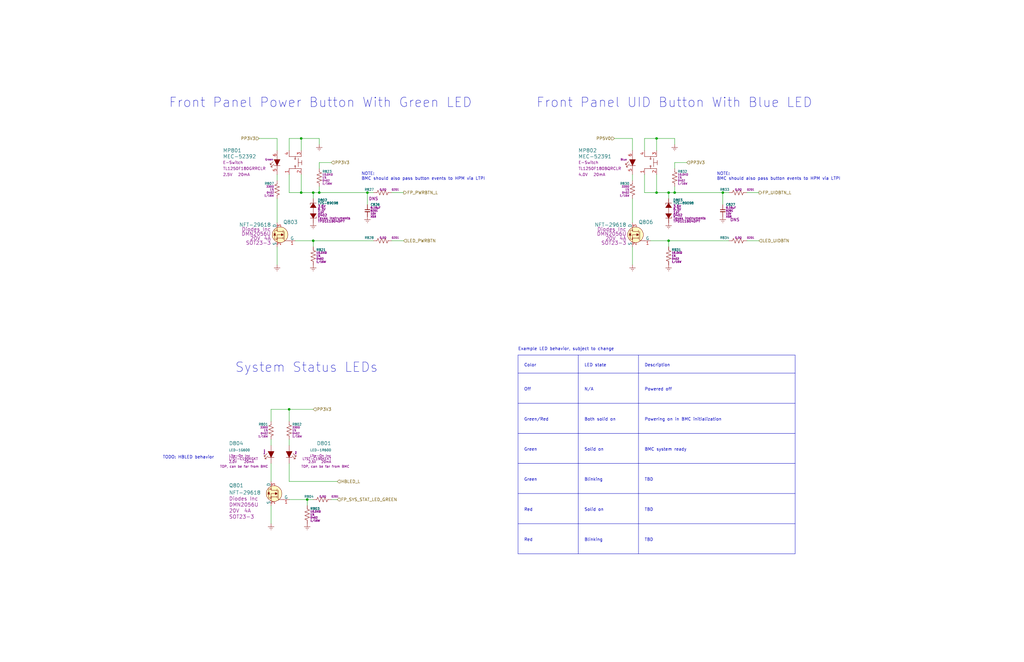
<source format=kicad_sch>
(kicad_sch (version 20231120) (generator "eeschema") (generator_version "8.0")
  (paper "B")
  (title_block (title "${PROJ}") (rev "${REV}") (company "${RPN}") (comment 1 "Faceplate buttons and LEDs"))
  (lib_symbols
    (symbol "Capacitors, ceramic, Murata:CCM-610AA" (pin_numbers hide) (pin_names (offset 0) hide)
      (property "Reference" "C" (at 1.27 2.54 0))
      (property "val" "0.10µF" (at 1.27 1.27 0))
      (property "pkg" "0201" (at 1.27 0 0))
      (property "volt" "10V" (at 1.27 -1.27 0))
      (property "type" "X5R" (at 1.27 -2.54 0))
      (symbol "CCM-610AA_1_1"
        (polyline (pts (xy -1.016 -0.423) (xy 1.016 -0.423)) (stroke (width 0.3302)))
        (polyline (pts (xy -1.016 0.423) (xy 1.016 0.423)) (stroke (width 0.3048)))
        (pin passive line (at 0 2.54 270) (length 2.032) (name "~") (number "1"))
        (pin passive line (at 0 -2.54 90) (length 2.032) (name "~") (number "2"))
      )
    )
    (symbol "FETs and transistors:NFT-29618" (pin_names (offset 0))
      (property "Reference" "Q" (at -2.54 4.445 0))
      (property "Value" "NFT-29618" (at 2.54 5.08 0))
      (property "mfr" "Diodes Inc" (at 2.54 3.175 0))
      (property "mpn" "DMN2056U" (at 2.54 1.27 0))
      (property "Ids" "4A" (at 2.54 -0.635 0))
      (property "Vds" "20V" (at 6.985 -0.635 0))
      (property "pkg" "SOT23-3" (at 2.54 -2.54 0))
      (symbol "NFT-29618_0_1"
        (circle (center -1.27 0) (radius 3.302) (fill (type background)))
        (circle (center 0 -1.905) (radius 0.127))
        (circle (center 0 -1.397) (radius 0.127))
        (polyline (pts (xy 0 -1.397) (xy -2.54 -1.397)))
        (polyline (pts (xy -5.08 -2.54) (xy -3.048 -2.54) (xy -3.048 1.397)))
        (polyline (pts (xy 0 -2.54) (xy 0 0) (xy -2.54 0)))
        (polyline (pts (xy 0 2.54) (xy 0 1.397) (xy -2.54 1.397)))
        (polyline (pts (xy -0.127 -1.905) (xy 1.016 -1.905) (xy 1.016 1.397) (xy 1.016 1.905) (xy -0.127 1.905)))
        (circle (center 0 1.905) (radius 0.127))
      )
      (symbol "NFT-29618_1_1"
        (polyline (pts (xy -2.54 -1.397) (xy -2.54 -1.905)))
        (polyline (pts (xy -2.54 -1.397) (xy -2.54 -0.889)))
        (polyline (pts (xy -2.54 0) (xy -2.54 -0.508)))
        (polyline (pts (xy -2.54 0) (xy -2.54 0.508)))
        (polyline (pts (xy -2.54 1.905) (xy -2.54 0.889)))
        (polyline (pts (xy 1.524 0.508) (xy 0.508 0.508)))
        (polyline (pts (xy -2.54 0) (xy -1.778 0.508) (xy -1.778 -0.508) (xy -2.54 0)) (fill (type outline)))
        (polyline (pts (xy 1.016 0.508) (xy 0.508 -0.254) (xy 1.524 -0.254) (xy 1.016 0.508)) (fill (type outline)))
        (pin input line (at -7.62 -2.54 0) (length 2.54) (name "G") (number "1"))
        (pin passive line (at 0 -5.08 90) (length 2.54) (name "S") (number "2"))
        (pin passive line (at 0 5.08 270) (length 2.54) (name "D") (number "3"))
      )
    )
    (symbol "LEDs:LED-1G600" (pin_numbers hide) (pin_names (offset 0) hide)
      (property "Reference" "D" (at 0 4.445 0))
      (property "Value" "LED-1G600" (at 0 3.175 0))
      (property "color" "Green" (at 0 2.54 0))
      (property "amps" "20mA" (at 1.27 -3.81 0))
      (property "Vf" "2.0V" (at -3.81 -3.81 0))
      (property "mfr" "Lite-On Inc" (at -3.81 -1.27 0))
      (property "mpn" "LTST-C190KGKT" (at -3.81 -2.54 0))
      (symbol "LED-1G600_0_1"
        (polyline (pts (xy 0.889 2.921) (xy -0.381 1.651)))
        (polyline (pts (xy 1.27 1.27) (xy 1.27 -1.27)))
        (polyline (pts (xy 1.905 2.54) (xy 0.635 1.27)))
        (polyline (pts (xy 0.254 2.921) (xy 0.889 2.921) (xy 0.889 2.286)))
        (polyline (pts (xy 1.27 2.54) (xy 1.905 2.54) (xy 1.905 1.905)))
        (polyline (pts (xy -1.27 1.27) (xy -1.27 -1.27) (xy 1.27 0) (xy -1.27 1.27)) (fill (type outline)))
      )
      (symbol "LED-1G600_0_2"
        (polyline (pts (xy -1.016 0) (xy 0.762 0)))
        (polyline (pts (xy 0.762 -1.016) (xy 0.762 1.016)))
        (polyline (pts (xy -0.762 -1.016) (xy 0.762 0) (xy -0.762 1.016) (xy -0.762 -1.016)) (fill (type outline)))
        (polyline (pts (xy -0.508 1.27) (xy 0 1.778) (xy -0.254 1.778) (xy 0 1.778) (xy 0 1.524)))
        (polyline (pts (xy 0 0.762) (xy 0.508 1.27) (xy 0.254 1.27) (xy 0.508 1.27) (xy 0.508 1.016)))
      )
      (symbol "LED-1G600_1_1"
        (pin passive line (at -3.81 0 0) (length 2.54) (name "~") (number "A"))
        (pin passive line (at 3.81 0 180) (length 2.54) (name "~") (number "K"))
      )
      (symbol "LED-1G600_1_2"
        (pin passive line (at -2.54 0 0) (length 1.778) (name "~") (number "A"))
        (pin passive line (at 2.54 0 180) (length 1.778) (name "~") (number "K"))
      )
    )
    (symbol "LEDs:LED-1R600" (pin_numbers hide) (pin_names (offset 0) hide)
      (property "Reference" "D" (at 0 4.445 0))
      (property "Value" "LED-1R600" (at 0 3.175 0))
      (property "color" "Red" (at 0 2.54 0))
      (property "amps" "20mA" (at 1.27 -3.81 0))
      (property "Vf" "2.5V" (at -3.81 -3.81 0))
      (property "mfr" "Lite-On Inc" (at -3.81 -1.27 0))
      (property "mpn" "LTST-C190KEKT" (at -3.81 -2.54 0))
      (symbol "LED-1R600_0_1"
        (polyline (pts (xy 0.889 2.921) (xy -0.381 1.651)))
        (polyline (pts (xy 1.27 1.27) (xy 1.27 -1.27)))
        (polyline (pts (xy 1.905 2.54) (xy 0.635 1.27)))
        (polyline (pts (xy 0.254 2.921) (xy 0.889 2.921) (xy 0.889 2.286)))
        (polyline (pts (xy 1.27 2.54) (xy 1.905 2.54) (xy 1.905 1.905)))
        (polyline (pts (xy -1.27 1.27) (xy -1.27 -1.27) (xy 1.27 0) (xy -1.27 1.27)) (fill (type outline)))
      )
      (symbol "LED-1R600_0_2"
        (polyline (pts (xy -1.016 0) (xy 0.762 0)))
        (polyline (pts (xy 0.762 -1.016) (xy 0.762 1.016)))
        (polyline (pts (xy -0.762 -1.016) (xy 0.762 0) (xy -0.762 1.016) (xy -0.762 -1.016)) (fill (type outline)))
        (polyline (pts (xy -0.508 1.27) (xy 0 1.778) (xy -0.254 1.778) (xy 0 1.778) (xy 0 1.524)))
        (polyline (pts (xy 0 0.762) (xy 0.508 1.27) (xy 0.254 1.27) (xy 0.508 1.27) (xy 0.508 1.016)))
      )
      (symbol "LED-1R600_1_1"
        (pin passive line (at -3.81 0 0) (length 2.54) (name "~") (number "A"))
        (pin passive line (at 3.81 0 180) (length 2.54) (name "~") (number "K"))
      )
      (symbol "LED-1R600_1_2"
        (pin passive line (at -2.54 0 0) (length 1.778) (name "~") (number "A"))
        (pin passive line (at 2.54 0 180) (length 1.778) (name "~") (number "K"))
      )
    )
    (symbol "Mechanical:MEC-52391" (pin_names (offset 1.016))
      (property "Reference" "MP" (at 7.62 5.08 0))
      (property "Value" "MEC-52391" (at 7.62 2.54 0))
      (property "mfr" "E-Switch" (at 7.62 0 0))
      (property "mpn" "TL1250F180BQRCLR" (at 7.62 -2.54 0))
      (property "color" "Blue" (at -10.16 1.27 0))
      (property "amps" "20mA" (at 13.97 -5.08 0))
      (property "Vf" "4.0V" (at 7.62 -5.08 0))
      (symbol "MEC-52391_0_1"
        (polyline (pts (xy -8.001 -0.889) (xy -6.731 0.381)))
        (polyline (pts (xy -7.62 -1.905) (xy -6.35 -0.635)))
        (polyline (pts (xy -6.35 -1.27) (xy -3.81 -1.27)))
        (polyline (pts (xy 0 -2.54) (xy 5.08 -2.54)))
        (polyline (pts (xy 2.54 -1.778) (xy 2.54 -2.54)))
        (polyline (pts (xy 2.54 2.54) (xy 2.54 1.778)))
        (polyline (pts (xy 3.81 -1.778) (xy 3.81 1.778)))
        (polyline (pts (xy 5.08 2.54) (xy 0 2.54)))
        (polyline (pts (xy -8.001 -0.254) (xy -8.001 -0.889) (xy -7.366 -0.889)))
        (polyline (pts (xy -7.62 -1.27) (xy -7.62 -1.905) (xy -6.985 -1.905)))
        (polyline (pts (xy -6.35 1.27) (xy -3.81 1.27) (xy -5.08 -1.27) (xy -6.35 1.27)) (fill (type outline)))
        (circle (center 2.54 -1.524) (radius 0.254))
        (circle (center 2.54 1.524) (radius 0.254))
      )
      (symbol "MEC-52391_1_1"
        (polyline (pts (xy 5.334 -1.016) (xy 5.334 0.889)))
        (polyline (pts (xy 5.334 0) (xy 3.81 0)))
        (pin passive line (at 0 -5.08 90) (length 2.54) (name "~") (number "1"))
        (pin passive line (at 5.08 -5.08 90) (length 2.54) (name "~") (number "2"))
        (pin passive line (at 5.08 5.08 270) (length 2.54) (name "~") (number "3"))
        (pin passive line (at 0 5.08 270) (length 2.54) (name "~") (number "4"))
        (pin passive line (at -5.08 -5.08 90) (length 3.81) (name "~") (number "5"))
        (pin passive line (at -5.08 5.08 270) (length 3.81) (name "~") (number "6"))
      )
    )
    (symbol "Mechanical:MEC-52392" (pin_names (offset 1.016))
      (property "Reference" "MP" (at 7.62 5.08 0))
      (property "Value" "MEC-52392" (at 7.62 2.54 0))
      (property "mfr" "E-Switch" (at 7.62 0 0))
      (property "mpn" "TL1250F180GRRCLR" (at 7.62 -2.54 0))
      (property "color" "Green" (at -10.16 1.27 0))
      (property "amps" "20mA" (at 13.97 -5.08 0))
      (property "Vf" "2.5V" (at 7.62 -5.08 0))
      (symbol "MEC-52392_0_1"
        (polyline (pts (xy -8.001 -0.889) (xy -6.731 0.381)))
        (polyline (pts (xy -7.62 -1.905) (xy -6.35 -0.635)))
        (polyline (pts (xy -6.35 -1.27) (xy -3.81 -1.27)))
        (polyline (pts (xy 0 -2.54) (xy 5.08 -2.54)))
        (polyline (pts (xy 2.54 -1.778) (xy 2.54 -2.54)))
        (polyline (pts (xy 2.54 2.54) (xy 2.54 1.778)))
        (polyline (pts (xy 3.81 -1.778) (xy 3.81 1.778)))
        (polyline (pts (xy 5.08 2.54) (xy 0 2.54)))
        (polyline (pts (xy -8.001 -0.254) (xy -8.001 -0.889) (xy -7.366 -0.889)))
        (polyline (pts (xy -7.62 -1.27) (xy -7.62 -1.905) (xy -6.985 -1.905)))
        (polyline (pts (xy -6.35 1.27) (xy -3.81 1.27) (xy -5.08 -1.27) (xy -6.35 1.27)) (fill (type outline)))
        (circle (center 2.54 -1.524) (radius 0.254))
        (circle (center 2.54 1.524) (radius 0.254))
      )
      (symbol "MEC-52392_1_1"
        (polyline (pts (xy 5.334 -1.016) (xy 5.334 0.889)))
        (polyline (pts (xy 5.334 0) (xy 3.81 0)))
        (pin passive line (at 0 -5.08 90) (length 2.54) (name "~") (number "1"))
        (pin passive line (at 5.08 -5.08 90) (length 2.54) (name "~") (number "2"))
        (pin passive line (at 5.08 5.08 270) (length 2.54) (name "~") (number "3"))
        (pin passive line (at 0 5.08 270) (length 2.54) (name "~") (number "4"))
        (pin passive line (at -5.08 -5.08 90) (length 3.81) (name "~") (number "5"))
        (pin passive line (at -5.08 5.08 270) (length 3.81) (name "~") (number "6"))
      )
    )
    (symbol "Power:GND" (power) (pin_names (offset 0)) (in_bom no) (on_board no)
      (symbol "GND_0_1"
        (polyline (pts (xy -0.635 -1.905) (xy 0.635 -1.905)))
        (polyline (pts (xy -0.127 -2.54) (xy 0.127 -2.54)))
        (polyline (pts (xy 0 -1.27) (xy 0 0)))
        (polyline (pts (xy 1.27 -1.27) (xy -1.27 -1.27)))
      )
      (symbol "GND_1_1"
        (pin power_in line (at 0 0 270) (length 0) hide (name "GND") (number "1"))
      )
    )
    (symbol "Resistors:RES-0000A" (pin_numbers hide) (pin_names (offset 0) hide)
      (property "Reference" "R" (at 1.27 2.54 0))
      (property "val" "0.0Ω" (at 1.27 1.27 0))
      (property "tol" "<50mΩ" (at 1.27 0 0))
      (property "pkg" "0201" (at 1.27 -1.27 0))
      (property "pwr" "0.5A" (at 1.27 -2.54 0))
      (symbol "RES-0000A_1_1"
        (polyline (pts (xy 0 -2.286) (xy 0 -2.54)))
        (polyline (pts (xy 0 2.286) (xy 0 2.54)))
        (polyline (pts (xy 0 -0.762) (xy 1.016 -1.143) (xy 0 -1.524) (xy -1.016 -1.905) (xy 0 -2.286)))
        (polyline (pts (xy 0 0.762) (xy 1.016 0.381) (xy 0 0) (xy -1.016 -0.381) (xy 0 -0.762)))
        (polyline (pts (xy 0 2.286) (xy 1.016 1.905) (xy 0 1.524) (xy -1.016 1.143) (xy 0 0.762)))
        (pin passive line (at 0 3.81 270) (length 1.27) (name "~") (number "1"))
        (pin passive line (at 0 -3.81 90) (length 1.27) (name "~") (number "2"))
      )
    )
    (symbol "Resistors:RES-3330B" (pin_numbers hide) (pin_names (offset 0) hide)
      (property "Reference" "R" (at 1.27 2.54 0))
      (property "val" "330Ω" (at 1.27 1.27 0))
      (property "tol" "1%" (at 1.27 0 0))
      (property "pkg" "0402" (at 1.27 -1.27 0))
      (property "pwr" "1/16W" (at 1.27 -2.54 0))
      (symbol "RES-3330B_1_1"
        (polyline (pts (xy 0 -2.286) (xy 0 -2.54)))
        (polyline (pts (xy 0 2.286) (xy 0 2.54)))
        (polyline (pts (xy 0 -0.762) (xy 1.016 -1.143) (xy 0 -1.524) (xy -1.016 -1.905) (xy 0 -2.286)))
        (polyline (pts (xy 0 0.762) (xy 1.016 0.381) (xy 0 0) (xy -1.016 -0.381) (xy 0 -0.762)))
        (polyline (pts (xy 0 2.286) (xy 1.016 1.905) (xy 0 1.524) (xy -1.016 1.143) (xy 0 0.762)))
        (pin passive line (at 0 3.81 270) (length 1.27) (name "~") (number "1"))
        (pin passive line (at 0 -3.81 90) (length 1.27) (name "~") (number "2"))
      )
    )
    (symbol "Resistors:RES-5100B" (pin_numbers hide) (pin_names (offset 0) hide)
      (property "Reference" "R" (at 1.27 2.54 0))
      (property "val" "10.0KΩ" (at 1.27 1.27 0))
      (property "tol" "1%" (at 1.27 0 0))
      (property "pkg" "0402" (at 1.27 -1.27 0))
      (property "pwr" "1/16W" (at 1.27 -2.54 0))
      (symbol "RES-5100B_1_1"
        (polyline (pts (xy 0 -2.286) (xy 0 -2.54)))
        (polyline (pts (xy 0 2.286) (xy 0 2.54)))
        (polyline (pts (xy 0 -0.762) (xy 1.016 -1.143) (xy 0 -1.524) (xy -1.016 -1.905) (xy 0 -2.286)))
        (polyline (pts (xy 0 0.762) (xy 1.016 0.381) (xy 0 0) (xy -1.016 -0.381) (xy 0 -0.762)))
        (polyline (pts (xy 0 2.286) (xy 1.016 1.905) (xy 0 1.524) (xy -1.016 1.143) (xy 0 0.762)))
        (pin passive line (at 0 3.81 270) (length 1.27) (name "~") (number "1"))
        (pin passive line (at 0 -3.81 90) (length 1.27) (name "~") (number "2"))
      )
    )
    (symbol "TVS and ESD:TVS-89098" (pin_numbers hide) (pin_names hide)
      (property "Reference" "D" (at 1.905 4.445 0))
      (property "Value" "TVS-89098" (at 1.905 3.175 0))
      (property "Cd" "1pF" (at 1.905 -0.635 0))
      (property "Vrwm" "3.6V" (at 1.905 1.905 0))
      (property "Vcl" "6.3V" (at 1.905 0.635 0))
      (property "mfr" "Texas Instruments" (at 1.905 -3.175 0))
      (property "mpn" "TPD1E1B04DPY" (at 1.905 -4.445 0))
      (property "pkg" "0402" (at 1.905 -1.905 0))
      (symbol "TVS-89098_0_1"
        (polyline (pts (xy 0 -1.27) (xy 0 1.27)))
        (polyline (pts (xy -1.27 2.54) (xy -1.27 3.175) (xy 1.27 3.175)) (stroke (width 0.1524)))
        (polyline (pts (xy 1.27 -2.54) (xy 1.27 -3.175) (xy -1.27 -3.175)) (stroke (width 0.1524)))
        (polyline (pts (xy -1.27 1.27) (xy 1.27 1.27) (xy 0 3.175) (xy -1.27 1.27)) (fill (type outline)))
        (polyline (pts (xy 1.27 -1.27) (xy -1.27 -1.27) (xy 0 -3.175) (xy 1.27 -1.27)) (fill (type outline)))
      )
      (symbol "TVS-89098_1_1"
        (pin passive line (at 0 5.08 270) (length 2.54) (name "~") (number "1"))
        (pin passive line (at 0 -5.08 90) (length 2.54) (name "~") (number "2"))
      )
    )
  )
  (junction (at 284.48 81.28))
  (junction (at 134.62 81.28))
  (junction (at 132.08 81.28))
  (junction (at 127 58.42))
  (junction (at 129.54 210.82))
  (junction (at 276.86 58.42))
  (junction (at 281.94 81.28))
  (junction (at 127 81.28))
  (junction (at 281.94 101.6))
  (junction (at 121.92 172.72))
  (junction (at 132.08 101.6))
  (junction (at 276.86 81.28))
  (junction (at 154.94 81.28))
  (junction (at 304.8 81.28))
  (wire (pts (xy 121.92 81.28) (xy 127 81.28)))
  (wire (pts (xy 271.78 73.66) (xy 271.78 81.28)))
  (wire (pts (xy 304.8 81.28) (xy 307.34 81.28)))
  (wire (pts (xy 124.46 101.6) (xy 132.08 101.6)))
  (wire (pts (xy 116.84 111.76) (xy 116.84 104.14)))
  (polyline (pts (xy 335.28 149.86) (xy 335.28 233.68)))
  (wire (pts (xy 276.86 73.66) (xy 276.86 81.28)))
  (polyline (pts (xy 269.24 149.86) (xy 269.24 233.68)))
  (wire (pts (xy 314.96 101.6) (xy 320.04 101.6)))
  (wire (pts (xy 289.56 68.58) (xy 284.48 68.58)))
  (wire (pts (xy 271.78 81.28) (xy 276.86 81.28)))
  (wire (pts (xy 127 58.42) (xy 134.62 58.42)))
  (wire (pts (xy 266.7 111.76) (xy 266.7 104.14)))
  (wire (pts (xy 109.22 58.42) (xy 116.84 58.42)))
  (wire (pts (xy 116.84 83.82) (xy 116.84 93.98)))
  (wire (pts (xy 121.92 73.66) (xy 121.92 81.28)))
  (wire (pts (xy 271.78 58.42) (xy 276.86 58.42)))
  (wire (pts (xy 281.94 101.6) (xy 281.94 104.14)))
  (wire (pts (xy 271.78 58.42) (xy 271.78 63.5)))
  (wire (pts (xy 132.08 101.6) (xy 132.08 104.14)))
  (wire (pts (xy 121.92 203.2) (xy 142.24 203.2)))
  (wire (pts (xy 276.86 58.42) (xy 284.48 58.42)))
  (polyline (pts (xy 218.44 220.98) (xy 335.28 220.98)))
  (wire (pts (xy 284.48 58.42) (xy 284.48 60.96)))
  (wire (pts (xy 284.48 78.74) (xy 284.48 81.28)))
  (polyline (pts (xy 218.44 170.18) (xy 335.28 170.18)))
  (wire (pts (xy 134.62 68.58) (xy 134.62 71.12)))
  (wire (pts (xy 266.7 83.82) (xy 266.7 93.98)))
  (polyline (pts (xy 218.44 149.86) (xy 218.44 233.68)))
  (wire (pts (xy 284.48 68.58) (xy 284.48 71.12)))
  (polyline (pts (xy 218.44 182.88) (xy 335.28 182.88)))
  (wire (pts (xy 121.92 172.72) (xy 114.3 172.72)))
  (wire (pts (xy 114.3 185.42) (xy 114.3 187.96)))
  (wire (pts (xy 121.92 58.42) (xy 127 58.42)))
  (wire (pts (xy 129.54 210.82) (xy 132.08 210.82)))
  (wire (pts (xy 281.94 81.28) (xy 281.94 83.82)))
  (wire (pts (xy 121.92 195.58) (xy 121.92 203.2)))
  (wire (pts (xy 274.32 101.6) (xy 281.94 101.6)))
  (wire (pts (xy 127 58.42) (xy 127 63.5)))
  (wire (pts (xy 134.62 81.28) (xy 154.94 81.28)))
  (polyline (pts (xy 218.44 157.48) (xy 335.28 157.48)))
  (wire (pts (xy 132.08 81.28) (xy 134.62 81.28)))
  (wire (pts (xy 304.8 81.28) (xy 304.8 86.36)))
  (polyline (pts (xy 218.44 233.68) (xy 335.28 233.68)))
  (wire (pts (xy 127 81.28) (xy 132.08 81.28)))
  (wire (pts (xy 284.48 81.28) (xy 304.8 81.28)))
  (wire (pts (xy 314.96 81.28) (xy 320.04 81.28)))
  (wire (pts (xy 165.1 81.28) (xy 170.18 81.28)))
  (wire (pts (xy 114.3 220.98) (xy 114.3 213.36)))
  (polyline (pts (xy 218.44 149.86) (xy 335.28 149.86)))
  (wire (pts (xy 121.92 185.42) (xy 121.92 187.96)))
  (polyline (pts (xy 218.44 208.28) (xy 335.28 208.28)))
  (wire (pts (xy 127 73.66) (xy 127 81.28)))
  (wire (pts (xy 276.86 81.28) (xy 281.94 81.28)))
  (wire (pts (xy 132.08 81.28) (xy 132.08 83.82)))
  (wire (pts (xy 121.92 210.82) (xy 129.54 210.82)))
  (wire (pts (xy 154.94 81.28) (xy 157.48 81.28)))
  (wire (pts (xy 134.62 58.42) (xy 134.62 60.96)))
  (wire (pts (xy 121.92 58.42) (xy 121.92 63.5)))
  (wire (pts (xy 259.08 58.42) (xy 266.7 58.42)))
  (wire (pts (xy 266.7 58.42) (xy 266.7 63.5)))
  (polyline (pts (xy 218.44 195.58) (xy 335.28 195.58)))
  (wire (pts (xy 281.94 101.6) (xy 307.34 101.6)))
  (wire (pts (xy 116.84 58.42) (xy 116.84 63.5)))
  (wire (pts (xy 281.94 81.28) (xy 284.48 81.28)))
  (wire (pts (xy 132.08 172.72) (xy 121.92 172.72)))
  (wire (pts (xy 129.54 210.82) (xy 129.54 213.36)))
  (wire (pts (xy 114.3 172.72) (xy 114.3 177.8)))
  (wire (pts (xy 154.94 81.28) (xy 154.94 86.36)))
  (polyline (pts (xy 243.84 149.86) (xy 243.84 233.68)))
  (wire (pts (xy 134.62 78.74) (xy 134.62 81.28)))
  (wire (pts (xy 139.7 68.58) (xy 134.62 68.58)))
  (wire (pts (xy 116.84 73.66) (xy 116.84 76.2)))
  (wire (pts (xy 114.3 195.58) (xy 114.3 203.2)))
  (wire (pts (xy 266.7 73.66) (xy 266.7 76.2)))
  (wire (pts (xy 165.1 101.6) (xy 170.18 101.6)))
  (wire (pts (xy 276.86 58.42) (xy 276.86 63.5)))
  (wire (pts (xy 121.92 172.72) (xy 121.92 177.8)))
  (wire (pts (xy 132.08 101.6) (xy 157.48 101.6)))
  (wire (pts (xy 139.7 210.82) (xy 142.24 210.82)))
  (text "BMC system ready" (at 271.78 190.5 0) (effects (font (size 1.27 1.27)) (justify left bottom)))
  (text "Off" (at 220.98 165.1 0) (effects (font (size 1.27 1.27)) (justify left bottom)))
  (text "Description" (at 271.78 154.94 0) (effects (font (size 1.27 1.27)) (justify left bottom)))
  (text "Front Panel Power Button With Green LED" (at 71.12 45.72 0) (effects (font (size 4 4)) (justify left bottom)))
  (text "Front Panel UID Button With Blue LED" (at 226.06 45.72 0) (effects (font (size 4 4)) (justify left bottom)))
  (text "Green" (at 220.98 203.2 0) (effects (font (size 1.27 1.27)) (justify left bottom)))
  (text "N/A" (at 246.38 165.1 0) (effects (font (size 1.27 1.27)) (justify left bottom)))
  (text "Powered off" (at 271.78 165.1 0) (effects (font (size 1.27 1.27)) (justify left bottom)))
  (text "Color" (at 220.98 154.94 0) (effects (font (size 1.27 1.27)) (justify left bottom)))
  (text "TBD" (at 271.78 228.6 0) (effects (font (size 1.27 1.27)) (justify left bottom)))
  (text "Solid on" (at 246.38 215.9 0) (effects (font (size 1.27 1.27)) (justify left bottom)))
  (text "Both solid on" (at 246.38 177.8 0) (effects (font (size 1.27 1.27)) (justify left bottom)))
  (text "Blinking" (at 246.38 203.2 0) (effects (font (size 1.27 1.27)) (justify left bottom)))
  (text "Red" (at 220.98 215.9 0) (effects (font (size 1.27 1.27)) (justify left bottom)))
  (text "Solid on" (at 246.38 190.5 0) (effects (font (size 1.27 1.27)) (justify left bottom)))
  (text "Green/Red" (at 220.98 177.8 0) (effects (font (size 1.27 1.27)) (justify left bottom)))
  (text "NOTE:\nBMC should also pass button events to HPM via LTPI" (at 302.26 76.2 0) (effects (font (size 1.27 1.27)) (justify left bottom)))
  (text "Powering on in BMC initialization" (at 271.78 177.8 0) (effects (font (size 1.27 1.27)) (justify left bottom)))
  (text "Green" (at 220.98 190.5 0) (effects (font (size 1.27 1.27)) (justify left bottom)))
  (text "TODO: HBLED behavior" (at 68.58 193.04 0) (effects (font (size 1.27 1.27)) (justify left)))
  (text "TBD" (at 271.78 203.2 0) (effects (font (size 1.27 1.27)) (justify left bottom)))
  (text "LED state" (at 246.38 154.94 0) (effects (font (size 1.27 1.27)) (justify left bottom)))
  (text "System Status LEDs" (at 99.06 157.48 0) (effects (font (size 4 4)) (justify left bottom)))
  (text "NOTE:\nBMC should also pass button events to HPM via LTPI" (at 152.4 76.2 0) (effects (font (size 1.27 1.27)) (justify left bottom)))
  (text "TBD" (at 271.78 215.9 0) (effects (font (size 1.27 1.27)) (justify left bottom)))
  (text "Example LED behavior, subject to change" (at 218.44 147.32 0) (effects (font (size 1.27 1.27)) (justify left)))
  (text "Red" (at 220.98 228.6 0) (effects (font (size 1.27 1.27)) (justify left bottom)))
  (text "Blinking" (at 246.38 228.6 0) (effects (font (size 1.27 1.27)) (justify left bottom)))
  (hierarchical_label "LED_PWRBTN" (shape input) (at 170.18 101.6 0))
  (hierarchical_label "FP_PWRBTN_L" (shape output) (at 170.18 81.28 0))
  (hierarchical_label "PP3V3" (shape input) (at 132.08 172.72 0))
  (hierarchical_label "PP3V3" (shape input) (at 139.7 68.58 0))
  (hierarchical_label "FP_SYS_STAT_LED_GREEN" (shape input) (at 142.24 210.82 0))
  (hierarchical_label "FP_UIDBTN_L" (shape output) (at 320.04 81.28 0))
  (hierarchical_label "HBLED_L" (shape input) (at 142.24 203.2 0))
  (hierarchical_label "LED_UIDBTN" (shape input) (at 320.04 101.6 0))
  (hierarchical_label "PP5V0" (shape input) (at 259.08 58.42 180))
  (hierarchical_label "PP3V3" (shape input) (at 109.22 58.42 180))
  (hierarchical_label "PP3V3" (shape input) (at 289.56 68.58 0))
  (symbol (lib_id "Power:GND") (at 284.48 60.96 0) (mirror y) (unit 1) (in_bom no) (on_board no)
    (property "Reference" "#PWR0840" (effects (hide yes)))
    (property "Value" "GND" (effects (hide yes)))
    (property "Description" "Power symbol creates a global label with name \"GND\"" (effects (hide yes)))
  )
  (symbol (lib_id "Capacitors, ceramic, Murata:CCM-610AA") (at 154.94 88.9 0) (unit 1)
    (property "Reference" "C826" (at 156.21 86.36 0) (effects (font (size 1 1)) (justify left)))
    (property "Value" "CCM-610AA" (effects (hide yes)))
    (property "Description" "CAP, ceramic, 0.10µF, 0201, 10V, ±20%, X5R, 0.33 mm" (effects (hide yes)))
    (property "val" "0.10µF" (at 156.21 87.63 0) (effects (font (size 0.8 0.8)) (justify left)))
    (property "pkg" "0201" (at 156.21 88.9 0) (effects (font (size 0.8 0.8)) (justify left)))
    (property "mfr" "Murata" (effects (hide yes)))
    (property "Sim.Pins" "1=+ 2=-" (effects (hide yes)))
    (property "volt" "10V" (at 156.21 90.17 0) (effects (font (size 0.8 0.8)) (justify left)))
    (property "Sim.Device" "C" (effects (hide yes)))
    (property "type" "X5R" (at 156.21 91.44 0) (effects (font (size 0.8 0.8)) (justify left)))
    (property "Sim.Params" "c=${val}" (effects (hide yes)))
    (property "tol" "±20%" (effects (hide yes)))
    (property "height" "0.33mm" (effects (hide yes)))
    (property "mpn" "GRM033R61A104ME15" (effects (hide yes)))
    (property "BOM" "DNS" (at 157.48 83.82 0))
  )
  (symbol (lib_id "Power:GND") (at 154.94 91.44 0) (unit 1) (in_bom no) (on_board no)
    (property "Reference" "#PWR0836" (effects (hide yes)))
    (property "Value" "GND" (effects (hide yes)))
    (property "Description" "Power symbol creates a global label with name \"GND\"" (effects (hide yes)))
  )
  (symbol (lib_id "LEDs:LED-1G600") (at 114.3 191.77 90) (mirror x) (unit 1)
    (property "Reference" "D804" (at 96.52 187.96 90) (effects (font (size 1.524 1.524)) (justify right bottom)))
    (property "Value" "LED-1G600" (at 96.52 190.5 90) (effects (font (size 1 1)) (justify right bottom)))
    (property "Datasheet" "https://optoelectronics.liteon.com/upload/download/DS22-2000-074/LTST-C190KGKT.PDF" (effects (hide yes)))
    (property "Description" "LED, green, 20mA@2V, 35mcd over 130°, 0603" (effects (hide yes)))
    (property "Sim.Library" "${RIVOS_SPICE_DIR}/LTST-C190KGKT.mod" (effects (hide yes)))
    (property "Sim.Pins" "1=A 2=K" (effects (hide yes)))
    (property "Sim.Name" "LTST-C190KGKT" (effects (hide yes)))
    (property "height" "0.8mm" (effects (hide yes)))
    (property "color" "Green" (at 111.76 191.77 0) (effects (font (size 0.5 0.5)) (justify right bottom)))
    (property "amps" "20mA" (at 102.87 194.31 90) (effects (font (size 1 1)) (justify right top)))
    (property "Vf" "2.0V" (at 96.52 194.31 90) (effects (font (size 1 1)) (justify right top)))
    (property "mfr" "Lite-On Inc" (at 96.52 191.77 90) (effects (font (size 1 1)) (justify right top)))
    (property "mpn" "LTST-C190KGKT" (at 96.52 193.04 90) (effects (font (size 1 1)) (justify right top)))
    (property "placement" "TOP, can be far from BMC" (at 92.71 196.85 90) (effects (font (size 1 1)) (justify right)))
  )
  (symbol (lib_id "Mechanical:MEC-52391") (at 271.78 68.58 0) (unit 1)
    (property "Reference" "MP802" (at 243.84 63.5 0) (effects (font (size 1.524 1.524)) (justify left)))
    (property "Value" "MEC-52391" (at 243.84 66.04 0) (effects (font (size 1.524 1.524)) (justify left)))
    (property "Datasheet" "https://configured-product-images.s3.amazonaws.com/2D/specs/TL1250F180BQRCLR.pdf" (effects (hide yes)))
    (property "Description" "Tact Switch with LED, R/A, SPST-NO, Blue LED, Round CAP Actuator, 50mA@12VDC" (effects (hide yes)))
    (property "Datasheet2" "https://www.e-switch.com/product-catalog/tl1250-series-illuminated-right-angle-tact-switch" (effects (hide yes)))
    (property "mfr" "E-Switch" (at 243.84 68.58 0) (effects (font (size 1.2 1.2)) (justify left)))
    (property "mpn" "TL1250F180BQRCLR" (at 243.84 71.12 0) (effects (font (size 1.2 1.2)) (justify left)))
    (property "height" "7.25mm" (effects (hide yes)))
    (property "pkg" "RA PTH" (effects (hide yes)))
    (property "color" "Blue" (at 261.62 67.31 0) (effects (font (size 0.8 0.8)) (justify left)))
    (property "amps" "20mA" (at 250.19 73.66 0) (effects (font (size 1.2 1.2)) (justify left)))
    (property "Vf" "4.0V" (at 243.84 73.66 0) (effects (font (size 1.2 1.2)) (justify left)))
    (property "min_pin_length" "2.95mm" (effects (hide yes)))
  )
  (symbol (lib_id "Resistors:RES-3330B") (at 266.7 80.01 0) (mirror y) (unit 1)
    (property "Reference" "R830" (at 265.43 77.47 0) (effects (font (size 1 1)) (justify left)))
    (property "Value" "RES-3330B" (effects (hide yes)))
    (property "Description" "RES, 330Ω, 1%, 0402, 1/16W, <100V, 0.40mm" (effects (hide yes)))
    (property "val" "330Ω" (at 265.43 78.74 0) (effects (font (size 0.8 0.8)) (justify left)))
    (property "tol" "1%" (at 265.43 80.01 0) (effects (font (size 0.8 0.8)) (justify left)))
    (property "pkg" "0402" (at 265.43 81.28 0) (effects (font (size 0.8 0.8)) (justify left)))
    (property "pwr" "1/16W" (at 265.43 82.55 0) (effects (font (size 0.8 0.8)) (justify left)))
    (property "height" "0.40mm" (effects (hide yes)))
    (property "Sim.Device" "R" (effects (hide yes)))
    (property "Sim.Pins" "1=+ 2=-" (effects (hide yes)))
    (property "Sim.Params" "r=\"${val}\"" (effects (hide yes)))
  )
  (symbol (lib_id "Resistors:RES-5100B") (at 134.62 74.93 0) (unit 1)
    (property "Reference" "R823" (at 135.89 72.39 0) (effects (font (size 1 1)) (justify left)))
    (property "Value" "RES-5100B" (effects (hide yes)))
    (property "Description" "RES, 10.0KΩ, 1%, 0402, 1/16W, <100V, 0.40mm" (effects (hide yes)))
    (property "val" "10.0KΩ" (at 135.89 73.66 0) (effects (font (size 0.8 0.8)) (justify left)))
    (property "tol" "1%" (at 135.89 74.93 0) (effects (font (size 0.8 0.8)) (justify left)))
    (property "Sim.Device" "R" (effects (hide yes)))
    (property "pkg" "0402" (at 135.89 76.2 0) (effects (font (size 0.8 0.8)) (justify left)))
    (property "Sim.Pins" "1=+ 2=-" (effects (hide yes)))
    (property "pwr" "1/16W" (at 135.89 77.47 0) (effects (font (size 0.8 0.8)) (justify left)))
    (property "Sim.Params" "r=\"${val}\"" (effects (hide yes)))
    (property "height" "0.40mm" (effects (hide yes)))
  )
  (symbol (lib_id "Power:GND") (at 304.8 91.44 0) (unit 1) (in_bom no) (on_board no)
    (property "Reference" "#PWR0841" (effects (hide yes)))
    (property "Value" "GND" (effects (hide yes)))
    (property "Description" "Power symbol creates a global label with name \"GND\"" (effects (hide yes)))
  )
  (symbol (lib_id "Resistors:RES-3330B") (at 121.92 181.61 0) (unit 1)
    (property "Reference" "R802" (at 123.19 179.07 0) (effects (font (size 1 1)) (justify left)))
    (property "Value" "RES-3330B" (effects (hide yes)))
    (property "Description" "RES, 330Ω, 1%, 0402, 1/16W, <100V, 0.40mm" (effects (hide yes)))
    (property "val" "330Ω" (at 123.19 180.34 0) (effects (font (size 0.8 0.8)) (justify left)))
    (property "tol" "1%" (at 123.19 181.61 0) (effects (font (size 0.8 0.8)) (justify left)))
    (property "pkg" "0402" (at 123.19 182.88 0) (effects (font (size 0.8 0.8)) (justify left)))
    (property "pwr" "1/16W" (at 123.19 184.15 0) (effects (font (size 0.8 0.8)) (justify left)))
    (property "height" "0.40mm" (effects (hide yes)))
    (property "Sim.Device" "R" (effects (hide yes)))
    (property "Sim.Pins" "1=+ 2=-" (effects (hide yes)))
    (property "Sim.Params" "r=\"${val}\"" (effects (hide yes)))
  )
  (symbol (lib_id "Power:GND") (at 132.08 93.98 0) (unit 1) (in_bom no) (on_board no)
    (property "Reference" "#PWR0832" (effects (hide yes)))
    (property "Value" "GND" (effects (hide yes)))
    (property "Description" "Power symbol creates a global label with name \"GND\"" (effects (hide yes)))
  )
  (symbol (lib_id "Power:GND") (at 266.7 111.76 0) (unit 1) (in_bom no) (on_board no)
    (property "Reference" "#PWR0837" (effects (hide yes)))
    (property "Value" "GND" (effects (hide yes)))
    (property "Description" "Power symbol creates a global label with name \"GND\"" (effects (hide yes)))
  )
  (symbol (lib_id "Resistors:RES-0000A") (at 311.15 101.6 90) (unit 1)
    (property "Reference" "R834" (at 303.53 100.33 90) (effects (font (size 1 1)) (justify right)))
    (property "Value" "RES-0000A" (effects (hide yes)))
    (property "Description" "RES, 0.0Ω, <50mΩ, 0201, 0.5A, <1A, 0.26mm" (effects (hide yes)))
    (property "val" "0.0Ω" (at 309.88 100.33 90) (effects (font (size 0.8 0.8)) (justify right)))
    (property "tol" "<50mΩ" (effects (hide yes)))
    (property "Sim.Device" "R" (effects (hide yes)))
    (property "pkg" "0201" (at 314.96 100.33 90) (effects (font (size 0.8 0.8)) (justify right)))
    (property "Sim.Pins" "1=+ 2=-" (effects (hide yes)))
    (property "pwr" "0.5A" (effects (hide yes)))
    (property "Sim.Params" "r=\"${val}\"" (effects (hide yes)))
    (property "height" "0.26mm" (effects (hide yes)))
  )
  (symbol (lib_id "Capacitors, ceramic, Murata:CCM-610AA") (at 304.8 88.9 0) (unit 1)
    (property "Reference" "C827" (at 306.07 86.36 0) (effects (font (size 1 1)) (justify left)))
    (property "Value" "CCM-610AA" (effects (hide yes)))
    (property "Description" "CAP, ceramic, 0.10µF, 0201, 10V, ±20%, X5R, 0.33 mm" (effects (hide yes)))
    (property "val" "0.10µF" (at 306.07 87.63 0) (effects (font (size 0.8 0.8)) (justify left)))
    (property "pkg" "0201" (at 306.07 88.9 0) (effects (font (size 0.8 0.8)) (justify left)))
    (property "mfr" "Murata" (effects (hide yes)))
    (property "Sim.Pins" "1=+ 2=-" (effects (hide yes)))
    (property "volt" "10V" (at 306.07 90.17 0) (effects (font (size 0.8 0.8)) (justify left)))
    (property "Sim.Device" "C" (effects (hide yes)))
    (property "type" "X5R" (at 306.07 91.44 0) (effects (font (size 0.8 0.8)) (justify left)))
    (property "Sim.Params" "c=${val}" (effects (hide yes)))
    (property "tol" "±20%" (effects (hide yes)))
    (property "height" "0.33mm" (effects (hide yes)))
    (property "mpn" "GRM033R61A104ME15" (effects (hide yes)))
    (property "BOM" "DNS" (at 309.88 92.71 0))
  )
  (symbol (lib_id "Power:GND") (at 116.84 111.76 0) (unit 1) (in_bom no) (on_board no)
    (property "Reference" "#PWR0830" (effects (hide yes)))
    (property "Value" "GND" (effects (hide yes)))
    (property "Description" "Power symbol creates a global label with name \"GND\"" (effects (hide yes)))
  )
  (symbol (lib_id "Power:GND") (at 114.3 220.98 0) (unit 1) (in_bom no) (on_board no)
    (property "Reference" "#PWR0801" (effects (hide yes)))
    (property "Value" "GND" (effects (hide yes)))
    (property "Description" "Power symbol creates a global label with name \"GND\"" (effects (hide yes)))
  )
  (symbol (lib_id "Power:GND") (at 134.62 60.96 0) (mirror y) (unit 1) (in_bom no) (on_board no)
    (property "Reference" "#PWR0835" (effects (hide yes)))
    (property "Value" "GND" (effects (hide yes)))
    (property "Description" "Power symbol creates a global label with name \"GND\"" (effects (hide yes)))
  )
  (symbol (lib_id "Power:GND") (at 129.54 220.98 0) (unit 1) (in_bom no) (on_board no)
    (property "Reference" "#PWR0802" (effects (hide yes)))
    (property "Value" "GND" (effects (hide yes)))
    (property "Description" "Power symbol creates a global label with name \"GND\"" (effects (hide yes)))
  )
  (symbol (lib_id "Resistors:RES-5100B") (at 129.54 217.17 0) (unit 1)
    (property "Reference" "R803" (at 130.81 214.63 0) (effects (font (size 1 1)) (justify left)))
    (property "Value" "RES-5100B" (effects (hide yes)))
    (property "Description" "RES, 10.0KΩ, 1%, 0402, 1/16W, <100V, 0.40mm" (effects (hide yes)))
    (property "val" "10.0KΩ" (at 130.81 215.9 0) (effects (font (size 0.8 0.8)) (justify left)))
    (property "tol" "1%" (at 130.81 217.17 0) (effects (font (size 0.8 0.8)) (justify left)))
    (property "Sim.Device" "R" (effects (hide yes)))
    (property "pkg" "0402" (at 130.81 218.44 0) (effects (font (size 0.8 0.8)) (justify left)))
    (property "Sim.Pins" "1=+ 2=-" (effects (hide yes)))
    (property "pwr" "1/16W" (at 130.81 219.71 0) (effects (font (size 0.8 0.8)) (justify left)))
    (property "Sim.Params" "r=\"${val}\"" (effects (hide yes)))
    (property "height" "0.40mm" (effects (hide yes)))
  )
  (symbol (lib_id "FETs and transistors:NFT-29618") (at 266.7 99.06 0) (mirror y) (unit 1)
    (property "Reference" "Q806" (at 269.24 94.615 0) (effects (font (size 1.524 1.524)) (justify right bottom)))
    (property "Value" "NFT-29618" (at 264.16 93.98 0) (effects (font (size 1.524 1.524)) (justify left top)))
    (property "Datasheet" "https://www.diodes.com/assets/Datasheets/DMN2056U.pdf" (effects (hide yes)))
    (property "Description" "NMOS, 4A, 38mΩ @4.5V, <1V Vth, 20V Vds, SOT23-3" (effects (hide yes)))
    (property "Sim.Library" "${RIVOS_SPICE_DIR}/DMN2056U.mod" (effects (hide yes)))
    (property "Sim.Pins" "1=20 2=30 3=10" (effects (hide yes)))
    (property "Sim.Name" "DMN2056U" (effects (hide yes)))
    (property "mfr" "Diodes Inc" (at 264.16 95.885 0) (effects (font (size 1.524 1.524)) (justify left top)))
    (property "mpn" "DMN2056U" (at 264.16 97.79 0) (effects (font (size 1.524 1.524)) (justify left top)))
    (property "Ids" "4A" (at 264.16 99.695 0) (effects (font (size 1.524 1.524)) (justify left top)))
    (property "Rds[min]" "38mΩ @4.5V" (effects (hide yes)))
    (property "Rds[max]" "85mΩ @1.5V" (effects (hide yes)))
    (property "Vth" "<1V" (effects (hide yes)))
    (property "Vds" "20V" (at 259.715 99.695 0) (effects (font (size 1.524 1.524)) (justify left top)))
    (property "pkg" "SOT23-3" (at 264.16 101.6 0) (effects (font (size 1.524 1.524)) (justify left top)))
    (property "Vgs" "8V" (effects (hide yes)))
    (property "Vsd" "1.2V" (effects (hide yes)))
    (property "Ciss" "339pF" (effects (hide yes)))
    (property "Coss" "47pF" (effects (hide yes)))
    (property "Crss" "34pF" (effects (hide yes)))
    (property "Rg" "2.6Ω" (effects (hide yes)))
    (property "height" "1.15mm" (effects (hide yes)))
    (property "Sim.Device" "SUBCKT" (effects (hide yes)))
  )
  (symbol (lib_id "Resistors:RES-5100B") (at 281.94 107.95 0) (unit 1)
    (property "Reference" "R831" (at 283.21 105.41 0) (effects (font (size 1 1)) (justify left)))
    (property "Value" "RES-5100B" (effects (hide yes)))
    (property "Description" "RES, 10.0KΩ, 1%, 0402, 1/16W, <100V, 0.40mm" (effects (hide yes)))
    (property "val" "10.0KΩ" (at 283.21 106.68 0) (effects (font (size 0.8 0.8)) (justify left)))
    (property "tol" "1%" (at 283.21 107.95 0) (effects (font (size 0.8 0.8)) (justify left)))
    (property "Sim.Device" "R" (effects (hide yes)))
    (property "pkg" "0402" (at 283.21 109.22 0) (effects (font (size 0.8 0.8)) (justify left)))
    (property "Sim.Pins" "1=+ 2=-" (effects (hide yes)))
    (property "pwr" "1/16W" (at 283.21 110.49 0) (effects (font (size 0.8 0.8)) (justify left)))
    (property "Sim.Params" "r=\"${val}\"" (effects (hide yes)))
    (property "height" "0.40mm" (effects (hide yes)))
  )
  (symbol (lib_id "Resistors:RES-5100B") (at 132.08 107.95 0) (unit 1)
    (property "Reference" "R821" (at 133.35 105.41 0) (effects (font (size 1 1)) (justify left)))
    (property "Value" "RES-5100B" (effects (hide yes)))
    (property "Description" "RES, 10.0KΩ, 1%, 0402, 1/16W, <100V, 0.40mm" (effects (hide yes)))
    (property "val" "10.0KΩ" (at 133.35 106.68 0) (effects (font (size 0.8 0.8)) (justify left)))
    (property "tol" "1%" (at 133.35 107.95 0) (effects (font (size 0.8 0.8)) (justify left)))
    (property "Sim.Device" "R" (effects (hide yes)))
    (property "pkg" "0402" (at 133.35 109.22 0) (effects (font (size 0.8 0.8)) (justify left)))
    (property "Sim.Pins" "1=+ 2=-" (effects (hide yes)))
    (property "pwr" "1/16W" (at 133.35 110.49 0) (effects (font (size 0.8 0.8)) (justify left)))
    (property "Sim.Params" "r=\"${val}\"" (effects (hide yes)))
    (property "height" "0.40mm" (effects (hide yes)))
  )
  (symbol (lib_id "LEDs:LED-1R600") (at 121.92 191.77 270) (unit 1)
    (property "Reference" "D801" (at 139.7 187.96 90) (effects (font (size 1.524 1.524)) (justify right bottom)))
    (property "Value" "LED-1R600" (at 139.7 190.5 90) (effects (font (size 1 1)) (justify right bottom)))
    (property "Datasheet" "https://optoelectronics.liteon.com/upload/download/DS22-2020-0019/LTST-C190KEKT.PDF" (effects (hide yes)))
    (property "Description" "LED, red, 28-112mcd@20mA, 0603" (effects (hide yes)))
    (property "Sim.Library" "${RIVOS_SPICE_DIR}/LTST-C190KGKT.mod" (effects (hide yes)))
    (property "Sim.Pins" "1=A 2=K" (effects (hide yes)))
    (property "Sim.Name" "LTST-C190KGKT" (effects (hide yes)))
    (property "height" "0.8mm" (effects (hide yes)))
    (property "color" "Red" (at 124.46 191.77 0) (effects (font (size 0.5 0.5)) (justify right bottom)))
    (property "amps" "20mA" (at 139.7 194.31 90) (effects (font (size 1 1)) (justify right top)))
    (property "Vf" "2.5V" (at 133.35 194.31 90) (effects (font (size 1 1)) (justify right top)))
    (property "mfr" "Lite-On Inc" (at 139.7 191.77 90) (effects (font (size 1 1)) (justify right top)))
    (property "mpn" "LTST-C190KEKT" (at 139.7 193.04 90) (effects (font (size 1 1)) (justify right top)))
    (property "placement" "TOP, can be far from BMC" (at 127 196.85 90) (effects (font (size 1 1)) (justify left)))
  )
  (symbol (lib_id "FETs and transistors:NFT-29618") (at 116.84 99.06 0) (mirror y) (unit 1)
    (property "Reference" "Q803" (at 119.38 94.615 0) (effects (font (size 1.524 1.524)) (justify right bottom)))
    (property "Value" "NFT-29618" (at 114.3 93.98 0) (effects (font (size 1.524 1.524)) (justify left top)))
    (property "Datasheet" "https://www.diodes.com/assets/Datasheets/DMN2056U.pdf" (effects (hide yes)))
    (property "Description" "NMOS, 4A, 38mΩ @4.5V, <1V Vth, 20V Vds, SOT23-3" (effects (hide yes)))
    (property "Sim.Library" "${RIVOS_SPICE_DIR}/DMN2056U.mod" (effects (hide yes)))
    (property "Sim.Pins" "1=20 2=30 3=10" (effects (hide yes)))
    (property "Sim.Name" "DMN2056U" (effects (hide yes)))
    (property "mfr" "Diodes Inc" (at 114.3 95.885 0) (effects (font (size 1.524 1.524)) (justify left top)))
    (property "mpn" "DMN2056U" (at 114.3 97.79 0) (effects (font (size 1.524 1.524)) (justify left top)))
    (property "Ids" "4A" (at 114.3 99.695 0) (effects (font (size 1.524 1.524)) (justify left top)))
    (property "Rds[min]" "38mΩ @4.5V" (effects (hide yes)))
    (property "Rds[max]" "85mΩ @1.5V" (effects (hide yes)))
    (property "Vth" "<1V" (effects (hide yes)))
    (property "Vds" "20V" (at 109.855 99.695 0) (effects (font (size 1.524 1.524)) (justify left top)))
    (property "pkg" "SOT23-3" (at 114.3 101.6 0) (effects (font (size 1.524 1.524)) (justify left top)))
    (property "Vgs" "8V" (effects (hide yes)))
    (property "Vsd" "1.2V" (effects (hide yes)))
    (property "Ciss" "339pF" (effects (hide yes)))
    (property "Coss" "47pF" (effects (hide yes)))
    (property "Crss" "34pF" (effects (hide yes)))
    (property "Rg" "2.6Ω" (effects (hide yes)))
    (property "height" "1.15mm" (effects (hide yes)))
    (property "Sim.Device" "SUBCKT" (effects (hide yes)))
  )
  (symbol (lib_id "Resistors:RES-3330B") (at 116.84 80.01 0) (mirror y) (unit 1)
    (property "Reference" "R807" (at 115.57 77.47 0) (effects (font (size 1 1)) (justify left)))
    (property "Value" "RES-3330B" (effects (hide yes)))
    (property "Description" "RES, 330Ω, 1%, 0402, 1/16W, <100V, 0.40mm" (effects (hide yes)))
    (property "val" "330Ω" (at 115.57 78.74 0) (effects (font (size 0.8 0.8)) (justify left)))
    (property "tol" "1%" (at 115.57 80.01 0) (effects (font (size 0.8 0.8)) (justify left)))
    (property "pkg" "0402" (at 115.57 81.28 0) (effects (font (size 0.8 0.8)) (justify left)))
    (property "pwr" "1/16W" (at 115.57 82.55 0) (effects (font (size 0.8 0.8)) (justify left)))
    (property "height" "0.40mm" (effects (hide yes)))
    (property "Sim.Device" "R" (effects (hide yes)))
    (property "Sim.Pins" "1=+ 2=-" (effects (hide yes)))
    (property "Sim.Params" "r=\"${val}\"" (effects (hide yes)))
  )
  (symbol (lib_id "Mechanical:MEC-52392") (at 121.92 68.58 0) (unit 1)
    (property "Reference" "MP801" (at 93.98 63.5 0) (effects (font (size 1.524 1.524)) (justify left)))
    (property "Value" "MEC-52392" (at 93.98 66.04 0) (effects (font (size 1.524 1.524)) (justify left)))
    (property "Datasheet" "https://configured-product-images.s3.amazonaws.com/2D/specs/TL1250F180GRRCLR.pdf" (effects (hide yes)))
    (property "Description" "Tact Switch with LED, R/A, SPST-NO, Green LED, Round CAP Actuator, 50mA@12VDC" (effects (hide yes)))
    (property "Datasheet2" "https://www.e-switch.com/product-catalog/tl1250-series-illuminated-right-angle-tact-switch" (effects (hide yes)))
    (property "mfr" "E-Switch" (at 93.98 68.58 0) (effects (font (size 1.2 1.2)) (justify left)))
    (property "mpn" "TL1250F180GRRCLR" (at 93.98 71.12 0) (effects (font (size 1.2 1.2)) (justify left)))
    (property "height" "7.25mm" (effects (hide yes)))
    (property "pkg" "RA PTH" (effects (hide yes)))
    (property "color" "Green" (at 111.76 67.31 0) (effects (font (size 0.8 0.8)) (justify left)))
    (property "amps" "20mA" (at 100.33 73.66 0) (effects (font (size 1.2 1.2)) (justify left)))
    (property "Vf" "2.5V" (at 93.98 73.66 0) (effects (font (size 1.2 1.2)) (justify left)))
    (property "min_pin_length" "2.95mm" (effects (hide yes)))
  )
  (symbol (lib_id "TVS and ESD:TVS-89098") (at 132.08 88.9 0) (unit 1)
    (property "Reference" "D802" (at 133.985 84.455 0) (effects (font (size 1 1)) (justify left)))
    (property "Value" "TVS-89098" (at 133.985 85.725 0) (effects (font (size 1 1)) (justify left)))
    (property "Datasheet" "https://www.ti.com/lit/ds/symlink/tpd1e1b04.pdf" (effects (hide yes)))
    (property "Description" "TVS, bidir, 1 signal, 1pF, 3.6V, 0402" (effects (hide yes)))
    (property "Cd" "1pF" (at 133.985 89.535 0) (effects (font (size 1 1)) (justify left)))
    (property "Vrwm" "3.6V" (at 133.985 86.995 0) (effects (font (size 1 1)) (justify left)))
    (property "Vcl" "6.3V" (at 133.985 88.265 0) (effects (font (size 1 1)) (justify left)))
    (property "mfr" "Texas Instruments" (at 133.985 92.075 0) (effects (font (size 1 1)) (justify left)))
    (property "mpn" "TPD1E1B04DPY" (at 133.985 93.345 0) (effects (font (size 1 1)) (justify left)))
    (property "pkg" "0402" (at 133.985 90.805 0) (effects (font (size 1 1)) (justify left)))
    (property "height" "0.45mm" (effects (hide yes)))
  )
  (symbol (lib_id "Resistors:RES-0000A") (at 311.15 81.28 90) (unit 1)
    (property "Reference" "R833" (at 303.53 80.01 90) (effects (font (size 1 1)) (justify right)))
    (property "Value" "RES-0000A" (effects (hide yes)))
    (property "Description" "RES, 0.0Ω, <50mΩ, 0201, 0.5A, <1A, 0.26mm" (effects (hide yes)))
    (property "val" "0.0Ω" (at 309.88 80.01 90) (effects (font (size 0.8 0.8)) (justify right)))
    (property "tol" "<50mΩ" (effects (hide yes)))
    (property "Sim.Device" "R" (effects (hide yes)))
    (property "pkg" "0201" (at 314.96 80.01 90) (effects (font (size 0.8 0.8)) (justify right)))
    (property "Sim.Pins" "1=+ 2=-" (effects (hide yes)))
    (property "pwr" "0.5A" (effects (hide yes)))
    (property "Sim.Params" "r=\"${val}\"" (effects (hide yes)))
    (property "height" "0.26mm" (effects (hide yes)))
  )
  (symbol (lib_id "Resistors:RES-0000A") (at 161.29 101.6 90) (unit 1)
    (property "Reference" "R828" (at 153.67 100.33 90) (effects (font (size 1 1)) (justify right)))
    (property "Value" "RES-0000A" (effects (hide yes)))
    (property "Description" "RES, 0.0Ω, <50mΩ, 0201, 0.5A, <1A, 0.26mm" (effects (hide yes)))
    (property "val" "0.0Ω" (at 160.02 100.33 90) (effects (font (size 0.8 0.8)) (justify right)))
    (property "tol" "<50mΩ" (effects (hide yes)))
    (property "Sim.Device" "R" (effects (hide yes)))
    (property "pkg" "0201" (at 165.1 100.33 90) (effects (font (size 0.8 0.8)) (justify right)))
    (property "Sim.Pins" "1=+ 2=-" (effects (hide yes)))
    (property "pwr" "0.5A" (effects (hide yes)))
    (property "Sim.Params" "r=\"${val}\"" (effects (hide yes)))
    (property "height" "0.26mm" (effects (hide yes)))
  )
  (symbol (lib_id "Resistors:RES-0000A") (at 161.29 81.28 90) (unit 1)
    (property "Reference" "R827" (at 153.67 80.01 90) (effects (font (size 1 1)) (justify right)))
    (property "Value" "RES-0000A" (effects (hide yes)))
    (property "Description" "RES, 0.0Ω, <50mΩ, 0201, 0.5A, <1A, 0.26mm" (effects (hide yes)))
    (property "val" "0.0Ω" (at 160.02 80.01 90) (effects (font (size 0.8 0.8)) (justify right)))
    (property "tol" "<50mΩ" (effects (hide yes)))
    (property "Sim.Device" "R" (effects (hide yes)))
    (property "pkg" "0201" (at 165.1 80.01 90) (effects (font (size 0.8 0.8)) (justify right)))
    (property "Sim.Pins" "1=+ 2=-" (effects (hide yes)))
    (property "pwr" "0.5A" (effects (hide yes)))
    (property "Sim.Params" "r=\"${val}\"" (effects (hide yes)))
    (property "height" "0.26mm" (effects (hide yes)))
  )
  (symbol (lib_id "TVS and ESD:TVS-89098") (at 281.94 88.9 0) (unit 1)
    (property "Reference" "D803" (at 283.845 84.455 0) (effects (font (size 1 1)) (justify left)))
    (property "Value" "TVS-89098" (at 283.845 85.725 0) (effects (font (size 1 1)) (justify left)))
    (property "Datasheet" "https://www.ti.com/lit/ds/symlink/tpd1e1b04.pdf" (effects (hide yes)))
    (property "Description" "TVS, bidir, 1 signal, 1pF, 3.6V, 0402" (effects (hide yes)))
    (property "Cd" "1pF" (at 283.845 89.535 0) (effects (font (size 1 1)) (justify left)))
    (property "Vrwm" "3.6V" (at 283.845 86.995 0) (effects (font (size 1 1)) (justify left)))
    (property "Vcl" "6.3V" (at 283.845 88.265 0) (effects (font (size 1 1)) (justify left)))
    (property "mfr" "Texas Instruments" (at 283.845 92.075 0) (effects (font (size 1 1)) (justify left)))
    (property "mpn" "TPD1E1B04DPY" (at 283.845 93.345 0) (effects (font (size 1 1)) (justify left)))
    (property "pkg" "0402" (at 283.845 90.805 0) (effects (font (size 1 1)) (justify left)))
    (property "height" "0.45mm" (effects (hide yes)))
  )
  (symbol (lib_id "Power:GND") (at 281.94 93.98 0) (unit 1) (in_bom no) (on_board no)
    (property "Reference" "#PWR0838" (effects (hide yes)))
    (property "Value" "GND" (effects (hide yes)))
    (property "Description" "Power symbol creates a global label with name \"GND\"" (effects (hide yes)))
  )
  (symbol (lib_id "Resistors:RES-0000A") (at 135.89 210.82 90) (unit 1)
    (property "Reference" "R804" (at 128.27 209.55 90) (effects (font (size 1 1)) (justify right)))
    (property "Value" "RES-0000A" (effects (hide yes)))
    (property "Description" "RES, 0.0Ω, <50mΩ, 0201, 0.5A, <1A, 0.26mm" (effects (hide yes)))
    (property "val" "0.0Ω" (at 134.62 209.55 90) (effects (font (size 0.8 0.8)) (justify right)))
    (property "tol" "<50mΩ" (effects (hide yes)))
    (property "Sim.Device" "R" (effects (hide yes)))
    (property "pkg" "0201" (at 139.7 209.55 90) (effects (font (size 0.8 0.8)) (justify right)))
    (property "Sim.Pins" "1=+ 2=-" (effects (hide yes)))
    (property "pwr" "0.5A" (effects (hide yes)))
    (property "Sim.Params" "r=\"${val}\"" (effects (hide yes)))
    (property "height" "0.26mm" (effects (hide yes)))
  )
  (symbol (lib_id "Power:GND") (at 132.08 111.76 0) (unit 1) (in_bom no) (on_board no)
    (property "Reference" "#PWR0833" (effects (hide yes)))
    (property "Value" "GND" (effects (hide yes)))
    (property "Description" "Power symbol creates a global label with name \"GND\"" (effects (hide yes)))
  )
  (symbol (lib_id "Resistors:RES-5100B") (at 284.48 74.93 0) (unit 1)
    (property "Reference" "R832" (at 285.75 72.39 0) (effects (font (size 1 1)) (justify left)))
    (property "Value" "RES-5100B" (effects (hide yes)))
    (property "Description" "RES, 10.0KΩ, 1%, 0402, 1/16W, <100V, 0.40mm" (effects (hide yes)))
    (property "val" "10.0KΩ" (at 285.75 73.66 0) (effects (font (size 0.8 0.8)) (justify left)))
    (property "tol" "1%" (at 285.75 74.93 0) (effects (font (size 0.8 0.8)) (justify left)))
    (property "Sim.Device" "R" (effects (hide yes)))
    (property "pkg" "0402" (at 285.75 76.2 0) (effects (font (size 0.8 0.8)) (justify left)))
    (property "Sim.Pins" "1=+ 2=-" (effects (hide yes)))
    (property "pwr" "1/16W" (at 285.75 77.47 0) (effects (font (size 0.8 0.8)) (justify left)))
    (property "Sim.Params" "r=\"${val}\"" (effects (hide yes)))
    (property "height" "0.40mm" (effects (hide yes)))
  )
  (symbol (lib_id "FETs and transistors:NFT-29618") (at 114.3 208.28 0) (mirror y) (unit 1)
    (property "Reference" "Q801" (at 96.52 205.74 0) (effects (font (size 1.524 1.524)) (justify right bottom)))
    (property "Value" "NFT-29618" (at 96.52 207.01 0) (effects (font (size 1.524 1.524)) (justify right top)))
    (property "Datasheet" "https://www.diodes.com/assets/Datasheets/DMN2056U.pdf" (effects (hide yes)))
    (property "Description" "NMOS, 4A, 38mΩ @4.5V, <1V Vth, 20V Vds, SOT23-3" (effects (hide yes)))
    (property "Sim.Library" "${RIVOS_SPICE_DIR}/DMN2056U.mod" (effects (hide yes)))
    (property "Sim.Pins" "1=20 2=30 3=10" (effects (hide yes)))
    (property "Sim.Name" "DMN2056U" (effects (hide yes)))
    (property "mfr" "Diodes Inc" (at 96.52 209.55 0) (effects (font (size 1.524 1.524)) (justify right top)))
    (property "mpn" "DMN2056U" (at 96.52 212.09 0) (effects (font (size 1.524 1.524)) (justify right top)))
    (property "Ids" "4A" (at 102.87 214.63 0) (effects (font (size 1.524 1.524)) (justify right top)))
    (property "Rds[min]" "38mΩ @4.5V" (effects (hide yes)))
    (property "Rds[max]" "85mΩ @1.5V" (effects (hide yes)))
    (property "Vth" "<1V" (effects (hide yes)))
    (property "Vds" "20V" (at 96.52 214.63 0) (effects (font (size 1.524 1.524)) (justify right top)))
    (property "pkg" "SOT23-3" (at 96.52 217.17 0) (effects (font (size 1.524 1.524)) (justify right top)))
    (property "Vgs" "8V" (effects (hide yes)))
    (property "Vsd" "1.2V" (effects (hide yes)))
    (property "Ciss" "339pF" (effects (hide yes)))
    (property "Coss" "47pF" (effects (hide yes)))
    (property "Crss" "34pF" (effects (hide yes)))
    (property "Rg" "2.6Ω" (effects (hide yes)))
    (property "height" "1.15mm" (effects (hide yes)))
    (property "Sim.Device" "SUBCKT" (effects (hide yes)))
  )
  (symbol (lib_id "Resistors:RES-3330B") (at 114.3 181.61 0) (mirror y) (unit 1)
    (property "Reference" "R801" (at 113.03 179.07 0) (effects (font (size 1 1)) (justify left)))
    (property "Value" "RES-3330B" (effects (hide yes)))
    (property "Description" "RES, 330Ω, 1%, 0402, 1/16W, <100V, 0.40mm" (effects (hide yes)))
    (property "val" "330Ω" (at 113.03 180.34 0) (effects (font (size 0.8 0.8)) (justify left)))
    (property "tol" "1%" (at 113.03 181.61 0) (effects (font (size 0.8 0.8)) (justify left)))
    (property "pkg" "0402" (at 113.03 182.88 0) (effects (font (size 0.8 0.8)) (justify left)))
    (property "pwr" "1/16W" (at 113.03 184.15 0) (effects (font (size 0.8 0.8)) (justify left)))
    (property "height" "0.40mm" (effects (hide yes)))
    (property "Sim.Device" "R" (effects (hide yes)))
    (property "Sim.Pins" "1=+ 2=-" (effects (hide yes)))
    (property "Sim.Params" "r=\"${val}\"" (effects (hide yes)))
  )
  (symbol (lib_id "Power:GND") (at 281.94 111.76 0) (unit 1) (in_bom no) (on_board no)
    (property "Reference" "#PWR0839" (effects (hide yes)))
    (property "Value" "GND" (effects (hide yes)))
    (property "Description" "Power symbol creates a global label with name \"GND\"" (effects (hide yes)))
  )
)
</source>
